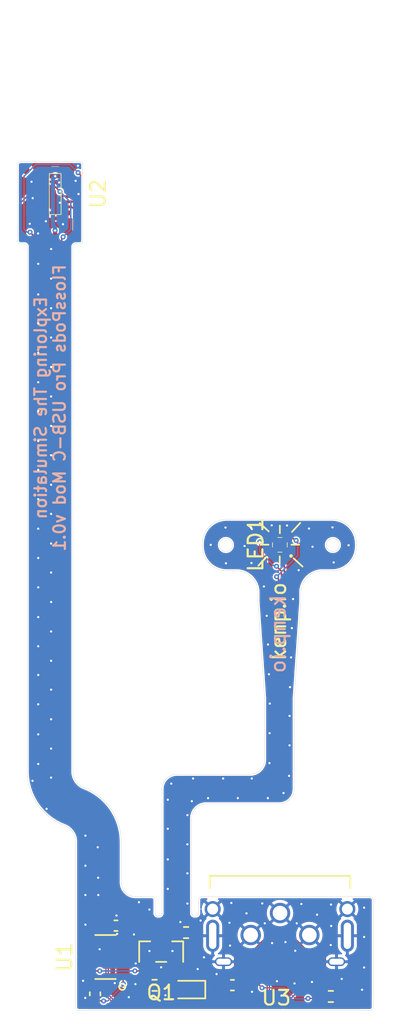
<source format=kicad_pcb>
(kicad_pcb (version 20211014) (generator pcbnew)
  (title_block (comment 4 "AISLER Project ID: NBTEGZDK"))
  (layers (0 "F.Cu" signal) (31 "B.Cu" signal) (34 "B.Paste" user) (35 "F.Paste" user) (36 "B.SilkS" user "B.Silkscreen") (37 "F.SilkS" user "F.Silkscreen") (38 "B.Mask" user) (39 "F.Mask" user) (44 "Edge.Cuts" user))
  (net 0 "")
  (net 1 "GND")
  (net 2 "G")
  (net 3 "B")
  (net 4 "R")
  (net 5 "Net-(U1-Pad4)")
  (net 7 "LED+")
  (net 8 "CC")
  (net 10 "D-")
  (net 11 "D+")
  (net 14 "PMOS_S")
  (net 17 "Net-(Q1-Pad1)")
  (net 18 "Net-(C1-Pad2)")
  (net 19 "Net-(C2-Pad1)")
  (net 20 "/PMOS_D")
  (net 21 "/CC2")
  (footprint "Resistor_SMD:R_0402_1005Metric" (layer "F.Cu") (at 94.43 136.84)
    (fp_text reference "R1" hide)
    (fp_text value "100k" hide)
  )
  (footprint "Fiducial:Fiducial_0.5mm_Mask1mm" (layer "F.Cu") (at 108.72 137.92)
    (fp_text reference "FID1" hide)
    (fp_text value "Fiducial" hide)
  )
  (footprint "Fiducial:Fiducial_0.5mm_Mask1mm" (layer "F.Cu") (at 90.95 131.66)
    (fp_text reference "FID3" hide)
    (fp_text value "Fiducial" hide)
  )
  (footprint "Capacitor_SMD:C_0402_1005Metric" (layer "F.Cu") (at 91.79 132.77 180)
    (fp_text reference "C2" hide)
    (fp_text value "47n" hide)
  )
  (footprint "Capacitor_SMD:C_0402_1005Metric" (layer "F.Cu") (at 99.74 136.83 180)
    (fp_text reference "C3" hide)
    (fp_text value "330n" hide)
  )
  (footprint "Resistor_SMD:R_0402_1005Metric" (layer "F.Cu") (at 96.58 133.24)
    (fp_text reference "R2" hide)
    (fp_text value "120" hide)
  )
  (footprint "flosspods_pro_flex:C9419" (layer "F.Cu") (at 91.08 134.907934 -90)
    (fp_text reference "U1")
    (fp_text value "C9419")
  )
  (footprint "flosspods_pro_flex:flosspods_pro_LightningMainBoard" (layer "F.Cu") (at 87.65 82.86 90)
    (fp_text reference "U2")
    (fp_text value "flosspods_pro_LightningMainBoard")
  )
  (footprint "Resistor_SMD:R_0402_1005Metric" (layer "F.Cu") (at 106.46 137.6 180)
    (fp_text reference "R8" hide)
    (fp_text value "5.1k" hide)
  )
  (footprint "flosspods_pro_flex:DMP2123L-7" (layer "F.Cu") (at 94.88 134.54)
    (fp_text reference "Q1")
    (fp_text value "DMP2123L-7")
  )
  (footprint "Fiducial:Fiducial_0.5mm_Mask1mm" (layer "F.Cu") (at 85.66 81.25)
    (fp_text reference "FID2" hide)
    (fp_text value "Fiducial" hide)
  )
  (footprint "flosspods_pro_flex:LED_LRTB_R48G" (layer "F.Cu") (at 102.98 106.79 -90)
    (fp_text reference "LED1")
    (fp_text value "LED_LRTB_R48G")
  )
  (footprint "Capacitor_SMD:C_0402_1005Metric" (layer "F.Cu") (at 90.37 137.42 -90)
    (fp_text reference "C1" hide)
    (fp_text value "220n" hide)
  )
  (footprint "Diode_SMD:D_SOD-523" (layer "F.Cu") (at 96.74 137.13 180)
    (fp_text reference "D1" hide)
    (fp_text value "D" hide)
  )
  (footprint "flosspods_pro_flex:USBC_GT-USB-7022X" (layer "F.Cu") (at 102.99 135.4085 180)
    (fp_text reference "U3")
    (fp_text value "USBC_GT-USB-7022X")
  )
  (gr_line (start 102.98 105.48) (end 102.98 106) (layer "F.SilkS") (width 0.12))
  (gr_line (start 101.605 105.31) (end 102.215 105.87) (layer "F.SilkS") (width 0.12))
  (gr_line (start 102.07 107.605) (end 101.51 108.215) (layer "F.SilkS") (width 0.12))
  (gr_line (start 104.37 105.295) (end 103.81 105.905) (layer "F.SilkS") (width 0.12))
  (gr_line (start 103.915 107.71) (end 104.525 108.27) (layer "F.SilkS") (width 0.12))
  (gr_line (start 102.97 107.58) (end 102.97 108.1) (layer "F.SilkS") (width 0.12))
  (gr_line (start 101.68 106.78) (end 102.2 106.78) (layer "F.SilkS") (width 0.12))
  (gr_line (start 103.77 106.78) (end 104.29 106.78) (layer "F.SilkS") (width 0.12))
  (gr_line locked (start 101.4975 110.052028) (end 101.4975 110.652028) (layer "Edge.Cuts") (width 0.0254))
  (gr_line locked (start 103.9475 123.45) (end 103.9475 117.252028) (layer "Edge.Cuts") (width 0.0254))
  (gr_line locked (start 89.3225 80.65) (end 85.2725 80.65) (layer "Edge.Cuts") (width 0.0254))
  (gr_arc locked (start 109.3475 138.35) (mid 109.288921 138.491421) (end 109.1475 138.55) (layer "Edge.Cuts") (width 0.0254))
  (gr_arc locked (start 94.2475 130.8) (mid 94.388921 130.858579) (end 94.4475 131) (layer "Edge.Cuts") (width 0.0254))
  (gr_arc locked (start 109.1475 130.8) (mid 109.288921 130.858579) (end 109.3475 131) (layer "Edge.Cuts") (width 0.0254))
  (gr_line locked (start 94.7475 132.12) (end 94.6475 132.12) (layer "Edge.Cuts") (width 0.0254))
  (gr_line locked (start 88.028158 125.829916) (end 88.359891 125.97067) (layer "Edge.Cuts") (width 0.0254))
  (gr_line locked (start 94.9475 123.45) (end 94.9475 131.92) (layer "Edge.Cuts") (width 0.0254))
  (gr_line locked (start 101.4975 110.652028) (end 101.9475 117.252028) (layer "Edge.Cuts") (width 0.0254))
  (gr_arc locked (start 97.4475 131) (mid 97.506079 130.858579) (end 97.6475 130.8) (layer "Edge.Cuts") (width 0.0254))
  (gr_arc locked (start 88.028158 125.829916) (mid 86.366104 124.372333) (end 85.7475 122.25) (layer "Edge.Cuts") (width 0.0254))
  (gr_arc locked (start 89.535109 123.32933) (mid 89.034007 122.889875) (end 88.8475 122.25) (layer "Edge.Cuts") (width 0.0254))
  (gr_arc locked (start 88.8475 86.45) (mid 88.906079 86.308579) (end 89.0475 86.25) (layer "Edge.Cuts") (width 0.0254))
  (gr_arc locked (start 97.4475 131.92) (mid 97.388921 132.061421) (end 97.2475 132.12) (layer "Edge.Cuts") (width 0.0254))
  (gr_line locked (start 89.2475 138.55) (end 109.1475 138.55) (layer "Edge.Cuts") (width 0.0254))
  (gr_arc locked (start 85.5475 86.25) (mid 85.688921 86.308579) (end 85.7475 86.45) (layer "Edge.Cuts") (width 0.0254))
  (gr_arc locked (start 99.9975 108.552028) (mid 101.058161 108.991368) (end 101.4975 110.052028) (layer "Edge.Cuts") (width 0.0254))
  (gr_line locked (start 105.8975 108.552028) (end 106.5475 108.552028) (layer "Edge.Cuts") (width 0.0254))
  (gr_line locked (start 94.4475 131.92) (end 94.4475 131) (layer "Edge.Cuts") (width 0.0254))
  (gr_arc locked (start 97.6975 106.702028) (mid 98.180775 105.535303) (end 99.3475 105.052028) (layer "Edge.Cuts") (width 0.0254))
  (gr_arc locked (start 94.9475 123.45) (mid 95.240393 122.742893) (end 95.9475 122.45) (layer "Edge.Cuts") (width 0.0254))
  (gr_circle locked (center 99.2975 106.802028) (end 99.7475 106.802028) (layer "Edge.Cuts") (width 0.0254) (fill none))
  (gr_arc locked (start 97.1475 132.12) (mid 97.006079 132.061421) (end 96.9475 131.92) (layer "Edge.Cuts") (width 0.0254))
  (gr_arc locked (start 106.5475 105.052028) (mid 107.714227 105.535302) (end 108.1975 106.702028) (layer "Edge.Cuts") (width 0.0254))
  (gr_line locked (start 96.9475 131.92) (end 96.9475 125.45) (layer "Edge.Cuts") (width 0.0254))
  (gr_arc locked (start 94.9475 131.92) (mid 94.888921 132.061421) (end 94.7475 132.12) (layer "Edge.Cuts") (width 0.0254))
  (gr_arc locked (start 89.866842 123.470084) (mid 91.528896 124.927667) (end 92.1475 127.05) (layer "Edge.Cuts") (width 0.0254))
  (gr_line locked (start 103.9475 117.252028) (end 104.3975 110.652028) (layer "Edge.Cuts") (width 0.0254))
  (gr_arc locked (start 89.5225 86.05) (mid 89.463921 86.191421) (end 89.3225 86.25) (layer "Edge.Cuts") (width 0.0254))
  (gr_line locked (start 97.6975 106.702028) (end 97.6975 106.902028) (layer "Edge.Cuts") (width 0.0254))
  (gr_line locked (start 97.2475 132.12) (end 97.1475 132.12) (layer "Edge.Cuts") (width 0.0254))
  (gr_line locked (start 85.2725 86.25) (end 85.5475 86.25) (layer "Edge.Cuts") (width 0.0254))
  (gr_arc locked (start 85.0725 80.85) (mid 85.131079 80.708579) (end 85.2725 80.65) (layer "Edge.Cuts") (width 0.0254))
  (gr_line locked (start 97.4475 131) (end 97.4475 131.92) (layer "Edge.Cuts") (width 0.0254))
  (gr_arc locked (start 101.9475 121.45) (mid 101.654607 122.157107) (end 100.9475 122.45) (layer "Edge.Cuts") (width 0.0254))
  (gr_line locked (start 109.1475 130.8) (end 97.6475 130.8) (layer "Edge.Cuts") (width 0.0254))
  (gr_arc locked (start 89.3225 80.65) (mid 89.463921 80.708579) (end 89.5225 80.85) (layer "Edge.Cuts") (width 0.0254))
  (gr_arc locked (start 108.1975 106.902028) (mid 107.714216 108.068736) (end 106.5475 108.552028) (layer "Edge.Cuts") (width 0.0254))
  (gr_line locked (start 97.9475 124.45) (end 102.9475 124.45) (layer "Edge.Cuts") (width 0.0254))
  (gr_line locked (start 94.2475 130.8) (end 93.1475 130.8) (layer "Edge.Cuts") (width 0.0254))
  (gr_arc locked (start 96.9475 125.45) (mid 97.240393 124.742893) (end 97.9475 124.45) (layer "Edge.Cuts") (width 0.0254))
  (gr_arc locked (start 104.3975 110.052028) (mid 104.83683 108.99135) (end 105.8975 108.552028) (layer "Edge.Cuts") (width 0.0254))
  (gr_line locked (start 92.1475 129.8) (end 92.1475 127.05) (layer "Edge.Cuts") (width 0.0254))
  (gr_arc locked (start 99.3475 108.552028) (mid 98.180774 108.068754) (end 97.6975 106.902028) (layer "Edge.Cuts") (width 0.0254))
  (gr_line locked (start 99.3475 108.552028) (end 99.9975 108.552028) (layer "Edge.Cuts") (width 0.0254))
  (gr_line locked (start 88.8475 122.25) (end 88.8475 86.45) (layer "Edge.Cuts") (width 0.0254))
  (gr_line locked (start 109.3475 138.35) (end 109.3475 131) (layer "Edge.Cuts") (width 0.0254))
  (gr_line locked (start 108.1975 106.902028) (end 108.1975 106.702028) (layer "Edge.Cuts") (width 0.0254))
  (gr_line locked (start 104.3975 110.652028) (end 104.3975 110.052028) (layer "Edge.Cuts") (width 0.0254))
  (gr_line locked (start 85.0725 80.85) (end 85.0725 86.05) (layer "Edge.Cuts") (width 0.0254))
  (gr_arc locked (start 93.1475 130.8) (mid 92.440393 130.507107) (end 92.1475 129.8) (layer "Edge.Cuts") (width 0.0254))
  (gr_line locked (start 89.5225 86.05) (end 89.5225 80.85) (layer "Edge.Cuts") (width 0.0254))
  (gr_line locked (start 89.0475 86.25) (end 89.3225 86.25) (layer "Edge.Cuts") (width 0.0254))
  (gr_line locked (start 85.7475 86.45) (end 85.7475 122.25) (layer "Edge.Cuts") (width 0.0254))
  (gr_line locked (start 89.866842 123.470084) (end 89.535109 123.32933) (layer "Edge.Cuts") (width 0.0254))
  (gr_arc locked (start 94.6475 132.12) (mid 94.506079 132.061421) (end 94.4475 131.92) (layer "Edge.Cuts") (width 0.0254))
  (gr_circle locked (center 106.5975 106.802028) (end 107.0475 106.802028) (layer "Edge.Cuts") (width 0.0254) (fill none))
  (gr_line locked (start 100.9475 122.45) (end 95.9475 122.45) (layer "Edge.Cuts") (width 0.0254))
  (gr_line locked (start 106.5475 105.052028) (end 99.3475 105.052028) (layer "Edge.Cuts") (width 0.0254))
  (gr_arc locked (start 85.2725 86.25) (mid 85.131079 86.191421) (end 85.0725 86.05) (layer "Edge.Cuts") (width 0.0254))
  (gr_arc locked (start 89.2475 138.55) (mid 89.106079 138.491421) (end 89.0475 138.35) (layer "Edge.Cuts") (width 0.0254))
  (gr_line locked (start 89.0475 127.05) (end 89.0475 138.35) (layer "Edge.Cuts") (width 0.0254))
  (gr_arc locked (start 88.359891 125.97067) (mid 88.860993 126.410125) (end 89.0475 127.05) (layer "Edge.Cuts") (width 0.0254))
  (gr_line locked (start 101.9475 117.252028) (end 101.9475 121.45) (layer "Edge.Cuts") (width 0.0254))
  (gr_arc locked (start 103.9475 123.45) (mid 103.654607 124.157107) (end 102.9475 124.45) (layer "Edge.Cuts") (width 0.0254))
  (gr_text "kenp.io" (at 102.86 112.87 90) (layer "B.SilkS") (effects (font (size 1 1)) (justify mirror)))
  (gr_text "Exploring The Simulation\nFlossPods Pro USB-C Mod v0.1" (at 87.3 97.45 90) (layer "B.SilkS") (effects (font (size 0.8 0.8)) (justify mirror)))
  (gr_text "kenp.io" (at 102.89 112.02 90) (layer "F.SilkS") (effects (font (size 1 1))))
  (segment (start 96.04 137.13) (end 96.04 137.08) (width 0.3) (layer "F.Cu") (net 1))
  (via (at 89.71 132.7) (size 0.35) (drill 0.15) (layers "F.Cu" "B.Cu") (net 1))
  (via (at 89.24 82.86) (size 0.35) (drill 0.15) (layers "F.Cu" "B.Cu") (net 1))
  (via (at 95.33 126.16) (size 0.35) (drill 0.15) (layers "F.Cu" "B.Cu") (net 1))
  (via (at 103.64 120.47) (size 0.35) (drill 0.15) (layers "F.Cu" "B.Cu") (net 1))
  (via (at 96.97 124.28) (size 0.35) (drill 0.15) (layers "F.Cu" "B.Cu") (net 1))
  (via (at 87.37 114.7) (size 0.35) (drill 0.15) (layers "F.Cu" "B.Cu") (net 1))
  (via (at 93.36 131.17) (size 0.35) (drill 0.15) (layers "F.Cu" "B.Cu") (net 1))
  (via (at 86.49 109.69) (size 0.35) (drill 0.15) (layers "F.Cu" "B.Cu") (net 1))
  (via (at 87.37 112.7) (size 0.35) (drill 0.15) (layers "F.Cu" "B.Cu") (net 1))
  (via (at 101.78 131.25) (size 0.35) (drill 0.15) (layers "F.Cu" "B.Cu") (net 1))
  (via (at 102.29 117.62) (size 0.35) (drill 0.15) (layers "F.Cu" "B.Cu") (net 1))
  (via (at 95.33 128.25) (size 0.35) (drill 0.15) (layers "F.Cu" "B.Cu") (net 1))
  (via (at 104.26 108.52) (size 0.35) (drill 0.15) (layers "F.Cu" "B.Cu") (net 1))
  (via (at 97.57 132.42) (size 0.35) (drill 0.15) (layers "F.Cu" "B.Cu") (net 1))
  (via (at 95.17 137.52) (size 0.35) (drill 0.15) (layers "F.Cu" "B.Cu") (net 1))
  (via (at 96.67 125.23) (size 0.35) (drill 0.15) (layers "F.Cu" "B.Cu") (net 1))
  (via (at 87.37 108.68) (size 0.35) (drill 0.15) (layers "F.Cu" "B.Cu") (net 1))
  (via (at 91.71 136.69) (size 0.35) (drill 0.15) (layers "F.Cu" "B.Cu") (net 1))
  (via (at 90.58 129.5) (size 0.35) (drill 0.15) (layers "F.Cu" "B.Cu") (net 1))
  (via (at 96.67 127.22) (size 0.35) (drill 0.15) (layers "F.Cu" "B.Cu") (net 1))
  (via (at 86.49 117.67) (size 0.35) (drill 0.15) (layers "F.Cu" "B.Cu") (net 1))
  (via (at 93.12 136.76) (size 0.35) (drill 0.15) (layers "F.Cu" "B.Cu") (net 1))
  (via (at 94.24 137.61) (size 0.35) (drill 0.15) (layers "F.Cu" "B.Cu") (net 1))
  (via (at 101.89 109.63) (size 0.35) (drill 0.15) (layers "F.Cu" "B.Cu") (net 1))
  (via (at 89.04 81.96) (size 0.35) (drill 0.15) (layers "F.Cu" "B.Cu") (net 1))
  (via (at 86.49 121.74) (size 0.35) (drill 0.15) (layers "F.Cu" "B.Cu") (net 1))
  (via (at 102.08 111.63) (size 0.35) (drill 0.15) (layers "F.Cu" "B.Cu") (net 1))
  (via (at 85.91 84.89) (size 0.35) (drill 0.15) (layers "F.Cu" "B.Cu") (net 1))
  (via (at 87.37 96.67) (size 0.35) (drill 0.15) (layers "F.Cu" "B.Cu") (net 1))
  (via (at 87.37 122.67) (size 0.35) (drill 0.15) (layers "F.Cu" "B.Cu") (net 1))
  (via (at 87.37 94.66) (size 0.35) (drill 0.15) (layers "F.Cu" "B.Cu") (net 1))
  (via (at 101.08 137.28) (size 0.35) (drill 0.15) (layers "F.Cu" "B.Cu") (net 1))
  (via (at 104.03 134.48) (size 0.35) (drill 0.15) (layers "F.Cu" "B.Cu") (net 1))
  (via (at 106.48 132.79) (size 0.35) (drill 0.15) (layers "F.Cu" "B.Cu") (net 1))
  (via (at 101.01 105.62) (size 0.35) (drill 0.15) (layers "F.Cu" "B.Cu") (net 1))
  (via (at 100.57 106.87) (size 0.35) (drill 0.15) (layers "F.Cu" "B.Cu") (net 1))
  (via (at 94.88 135.61) (size 0.35) (drill 0.15) (layers "F.Cu" "B.Cu") (net 1))
  (via (at 99.67 131.22) (size 0.35) (drill 0.15) (layers "F.Cu" "B.Cu") (net 1))
  (via (at 87.37 98.68) (size 0.35) (drill 0.15) (layers "F.Cu" "B.Cu") (net 1))
  (via (at 102.42 105.46) (size 0.35) (drill 0.15) (layers "F.Cu" "B.Cu") (net 1))
  (via (at 86.03 82.02) (size 0.35) (drill 0.15) (layers "F.Cu" "B.Cu") (net 1))
  (via (at 87.01 84.72) (size 0.35) (drill 0.15) (layers "F.Cu" "B.Cu") (net 1))
  (via (at 86.49 103.68) (size 0.35) (drill 0.15) (layers "F.Cu" "B.Cu") (net 1))
  (via (at 91.83 132.08) (size 0.35) (drill 0.15) (layers "F.Cu" "B.Cu") (net 1))
  (via (at 86.49 107.69) (size 0.35) (drill 0.15) (layers "F.Cu" "B.Cu") (net 1))
  (via (at 86.49 93.69) (size 0.35) (drill 0.15) (layers "F.Cu" "B.Cu") (net 1))
  (via (at 93.14 135.35) (size 0.35) (drill 0.15) (layers "F.Cu" "B.Cu") (net 1))
  (via (at 95.57 123.08) (size 0.35) (drill 0.15) (layers "F.Cu" "B.Cu") (net 1))
  (via (at 107.2 136.4) (size 0.35) (drill 0.15) (layers "F.Cu" "B.Cu") (net 1))
  (via (at 101.95 132.61) (size 0.35) (drill 0.15) (layers "F.Cu" "B.Cu") (net 1))
  (via (at 102.23 115.62) (size 0.35) (drill 0.15) (layers "F.Cu" "B.Cu") (net 1))
  (via (at 86.49 89.71) (size 0.35) (drill 0.15) (layers "F.Cu" "B.Cu") (net 1))
  (via (at 103.98 136.71) (size 0.35) (drill 0.15) (layers "F.Cu" "B.Cu") (net 1))
  (via (at 96.19 132.52) (size 0.35) (drill 0.15) (layers "F.Cu" "B.Cu") (net 1))
  (via (at 87.97 83.45) (size 0.35) (drill 0.15) (layers "F.Cu" "B.Cu") (net 1))
  (via (at 108.73 135.62) (size 0.35) (drill 0.15) (layers "F.Cu" "B.Cu") (net 1))
  (via (at 106.45 134.09) (size 0.35) (drill 0.15) (layers "F.Cu" "B.Cu") (net 1))
  (via (at 102.16 124.07) (size 0.35) (drill 0.15) (layers "F.Cu" "B.Cu") (net 1))
  (via (at 87.37 92.65) (size 0.35) (drill 0.15) (layers "F.Cu" "B.Cu") (net 1))
  (via (at 108.73 133.54) (size 0.35) (drill 0.15) (layers "F.Cu" "B.Cu") (net 1))
  (via (at 99.58 134.13) (size 0.35) (drill 0.15) (layers "F.Cu" "B.Cu") (net 1))
  (via (at 87.37 90.65) (size 0.35) (drill 0.15) (layers "F.Cu" "B.Cu") (net 1))
  (via (at 86.11 83.14) (size 0.35) (drill 0.15) (layers "F.Cu" "B.Cu") (net 1))
  (via (at 103.61 122.55) (size 0.35) (drill 0.15) (layers "F.Cu" "B.Cu") (net 1))
  (via (at 97.8 134.93) (size 0.35) (drill 0.15) (layers "F.Cu" "B.Cu") (net 1))
  (via (at 86.49 97.67) (size 0.35) (drill 0.15) (layers "F.Cu" "B.Cu") (net 1))
  (via (at 86.48 85.55) (size 0.35) (drill 0.15) (layers "F.Cu" "B.Cu") (net 1))
  (via (at 108.59 137.14) (size 0.35) (drill 0.15) (layers "F.Cu" "B.Cu") (net 1))
  (via (at 87.37 110.69) (size 0.35) (drill 0.15) (layers "F.Cu" "B.Cu") (net 1))
  (via (at 99.54 132.57) (size 0.35) (drill 0.15) (layers "F.Cu" "B.Cu") (net 1))
  (via (at 86.49 119.72) (size 0.35) (drill 0.15) (layers "F.Cu" "B.Cu") (net 1))
  (via (at 102.17 113.59) (size 0.35) (drill 0.15) (layers "F.Cu" "B.Cu") (net 1))
  (via (at 86.49 95.7) (size 0.35) (drill 0.15) (layers "F.Cu" "B.Cu") (net 1))
  (via (at 99.11 122.73) (size 0.35) (drill 0.15) (layers "F.Cu" "B.Cu") (net 1))
  (via (at 103.88 110.49) (size 0.35) (drill 0.15) (layers "F.Cu" "B.Cu") (net 1))
  (via (at 87.92 82.07) (size 0.35) (drill 0.15) (layers "F.Cu" "B.Cu") (net 1))
  (via (at 103.47 105.47) (size 0.35) (drill 0.15) (layers "F.Cu" "B.Cu") (net 1))
  (via (at 89.7 137.7) (size 0.35) (drill 0.15) (layers "F.Cu" "B.Cu") (net 1))
  (via (at 103.23 123.72) (size 0.35) (drill 0.15) (layers "F.Cu" "B.Cu") (net 1))
  (via (at 102.45 133.96) (size 0.35) (drill 0.15) (layers "F.Cu" "B.Cu") (net 1))
  (via (at 94.08 134.5) (size 0.35) (drill 0.15) (layers "F.Cu" "B.Cu") (net 1))
  (via (at 100.7 131.93) (size 0.35) (drill 0.15) (layers "F.Cu" "B.Cu") (net 1))
  (via (at 104.13 132.61) (size 0.35) (drill 0.15) (layers "F.Cu" "B.Cu") (net 1))
  (via (at 86.49 113.71) (size 0.35) (drill 0.15) (layers "F.Cu" "B.Cu") (net 1))
  (via (at 86.49 111.72) (size 0.35) (drill 0.15) (layers "F.Cu" "B.Cu") (net 1))
  (via (at 86.1 122.89) (size 0.35) (drill 0.15) (layers "F.Cu" "B.Cu") (net 1))
  (via (at 90.55 127.42) (size 0.35) (drill 0.15) (layers "F.Cu" "B.Cu") (net 1))
  (via (at 98.26 106.79) (size 0.35) (drill 0.15) (layers "F.Cu" "B.Cu") (net 1))
  (via (at 87.37 88.63) (size 0.35) (drill 0.15) (layers "F.Cu" "B.Cu") (net 1))
  (via (at 87.37 106.7) (size 0.35) (drill 0.15) (layers "F.Cu" "B.Cu") (net 1))
  (via (at 86.49 99.71) (size 0.35) (drill 0.15) (layers "F.Cu" "B.Cu") (net 1))
  (via (at 106.47 131.33) (size 0.35) (drill 0.15) (layers "F.Cu" "B.Cu") (net 1))
  (via (at 104.97 105.68) (size 0.35) (drill 0.15) (layers "F.Cu" "B.Cu") (net 1))
  (via (at 103.67 116.5) (size 0.35) (drill 0.15) (layers "F.Cu" "B.Cu") (net 1))
  (via (at 95.33 130.26) (size 0.35) (drill 0.15) (layers "F.Cu" "B.Cu") (net 1))
  (via (at 106.65 107.99) (size 0.35) (drill 0.15) (layers "F.Cu" "B.Cu") (net 1))
  (via (at 88.18 84.92) (size 0.35) (drill 0.15) (layers "F.Cu" "B.Cu") (net 1))
  (via (at 107.67 106.82) (size 0.35) (drill 0.15) (layers "F.Cu" "B.Cu") (net 1))
  (via (at 103.8 112.47) (size 0.35) (drill 0.15) (layers "F.Cu" "B.Cu") (net 1))
  (via (at 101.04 108.03) (size 0.35) (drill 0.15) (layers "F.Cu" "B.Cu") (net 1))
  (via (at 97.37 135.73) (size 0.35) (drill 0.15) (layers "F.Cu" "B.Cu") (net 1))
  (via (at 102.28 119.64) (size 0.35) (drill 0.15) (layers "F.Cu" "B.Cu") (net 1))
  (via (at 87.37 86.61) (size 0.35) (drill 0.15) (layers "F.Cu" "B.Cu") (net 1))
  (via (at 87.37 118.69) (size 0.35) (drill 0.15) (layers "F.Cu" "B.Cu") (net 1))
  (via (at 96.67 129.2) (size 0.35) (drill 0.15) (layers "F.Cu" "B.Cu") (net 1))
  (via (at 87.37 116.67) (size 0.35) (drill 0.15) (layers "F.Cu" "B.Cu") (net 1))
  (via (at 95.33 124.18) (size 0.35) (drill 0.15) (layers "F.Cu" "B.Cu") (net 1))
  (via (at 89.2 80.93) (size 0.35) (drill 0.15) (layers "F.Cu" "B.Cu") (net 1))
  (via (at 86.49 87.62) (size 0.35) (drill 0.15) (layers "F.Cu" "B.Cu") (net 1))
  (via (at 103.36 133.89) (size 0.35) (drill 0.15) (layers "F.Cu" "B.Cu") (net 1))
  (via (at 89.71 128.68) (size 0.35) (drill 0.15) (layers "F.Cu" "B.Cu") (net 1))
  (via (at 87.37 120.69) (size 0.35) (drill 0.15) (layers "F.Cu" "B.Cu") (net 1))
  (via (at 86.49 91.69) (size 0.35) (drill 0.15) (layers "F.Cu" "B.Cu") (net 1))
  (via (at 105.21 106.92) (size 0.35) (drill 0.15) (layers "F.Cu" "B.Cu") (net 1))
  (via (at 89.71 126.63) (size 0.35) (drill 0.15) (layers "F.Cu" "B.Cu") (net 1))
  (via (at 92.67 137.65) (size 0.35) (drill 0.15) (layers "F.Cu" "B.Cu") (net 1))
  (via (at 86.49 101.68) (size 0.35) (drill 0.15) (layers "F.Cu" "B.Cu") (net 1))
  (via (at 90.59 130.68) (size 0.35) (drill 0.15) (layers "F.Cu" "B.Cu") (net 1))
  (via (at 89.55 136.53) (size 0.35) (drill 0.15) (layers "F.Cu" "B.Cu") (net 1))
  (via (at 105.17 136.61) (size 0.35) (drill 0.15) (layers "F.Cu" "B.Cu") (net 1))
  (via (at 108.73 131.54) (size 0.35) (drill 0.15) (layers "F.Cu" "B.Cu") (net 1))
  (via (at 90.68 134.38) (size 0.35) (drill 0.15) (layers "F.Cu" "B.Cu") (net 1))
  (via (at 86.49 115.67) (size 0.35) (drill 0.15) (layers "F.Cu" "B.Cu") (net 1))
  (via (at 93.02 133.37) (size 0.35) (drill 0.15) (layers "F.Cu" "B.Cu") (net 1))
  (via (at 100.11 124.07) (size 0.35) (drill 0.15) (layers "F.Cu" "B.Cu") (net 1))
  (via (at 104.45 131.29) (size 0.35) (drill 0.15) (layers "F.Cu" "B.Cu") (net 1))
  (via (at 105.52 132.02) (size 0.35) (drill 0.15) (layers "F.Cu" "B.Cu") (net 1))
  (via (at 99.3 108.05) (size 0.35) (drill 0.15) (layers "F.Cu" "B.Cu") (net 1))
  (via (at 89.71 130.68) (size 0.35) (drill 0.15) (layers "F.Cu" "B.Cu") (net 1))
  (via (at 102.27 121.68) (size 0.35) (drill 0.15) (layers "F.Cu" "B.Cu") (net 1))
  (via (at 91.88 133.33) (size 0.35) (drill 0.15) (layers "F.Cu" "B.Cu") (net 1))
  (via (at 94.08 131.67) (size 0.35) (drill 0.15) (layers "F.Cu" "B.Cu") (net 1))
  (via (at 99.27 105.61) (size 0.35) (drill 0.15) (layers "F.Cu" "B.Cu") (net 1))
  (via (at 102.78 136.56) (size 0.35) (drill 0.15) (layers "F.Cu" "B.Cu") (net 1))
  (via (at 101.06 122.73) (size 0.35) (drill 0.15) (layers "F.Cu" "B.Cu") (net 1))
  (via (at 106.57 105.6) (size 0.35) (drill 0.15) (layers "F.Cu" "B.Cu") (net 1))
  (via (at 98.66 136.07) (size 0.35) (drill 0.15) (layers "F.Cu" "B.Cu") (net 1))
  (via (at 87.37 102.69) (size 0.35) (drill 0.15) (layers "F.Cu" "B.Cu") (net 1))
  (via (at 103.75 114.47) (size 0.35) (drill 0.15) (layers "F.Cu" "B.Cu") (net 1))
  (via (at 86.49 105.69) (size 0.35) (drill 0.15) (layers "F.Cu" "B.Cu") (net 1))
  (via (at 98.08 124.07) (size 0.35) (drill 0.15) (layers "F.Cu" "B.Cu") (net 1))
  (via (at 87.06 124.8) (size 0.35) (drill 0.15) (layers "F.Cu" "B.Cu") (net 1))
  (via (at 97.06 122.73) (size 0.35) (drill 0.15) (layers "F.Cu" "B.Cu") (net 1))
  (via (at 87.37 104.68) (size 0.35) (drill 0.15) (layers "F.Cu" "B.Cu") (net 1))
  (via (at 103.09 137.54) (size 0.35) (drill 0.15) (layers "F.Cu" "B.Cu") (net 1))
  (via (at 87.37 100.68) (size 0.35) (drill 0.15) (layers "F.Cu" "B.Cu") (net 1))
  (via (at 95.65 134.5) (size 0.35) (drill 0.15) (layers "F.Cu" "B.Cu") (net 1))
  (via (at 96.67 131.26) (size 0.35) (drill 0.15) (layers "F.Cu" "B.Cu") (net 1))
  (via (at 103.64 118.46) (size 0.35) (drill 0.15) (layers "F.Cu" "B.Cu") (net 1))
  (segment (start 96.14 124.087157) (end 96.14 131.625684) (width 0.1) (layer "F.Cu") (net 2))
  (segment (start 96.757158 123.47) (end 101.655684 123.47) (width 0.1) (layer "F.Cu") (net 2))
  (segment (start 101.61 106.59) (end 101.835 106.365) (width 0.1) (layer "F.Cu") (net 2))
  (segment (start 88.7675 83.735) (end 88.9725 83.94) (width 0.1) (layer "F.Cu") (net 2))
  (segment (start 103.085 108.585) (end 103.085 122.040684) (width 0.1) (layer "F.Cu") (net 2))
  (segment (start 88.9725 83.94) (end 88.9725 85.459987) (width 0.1) (layer "F.Cu") (net 2))
  (segment (start 88.295458 122.971143) (end 91.43 126.105684) (width 0.1) (layer "F.Cu") (net 2))
  (segment (start 101.835 106.365) (end 102.555 106.365) (width 0.1) (layer "F.Cu") (net 2))
  (segment (start 91.43 126.875685) (end 91.59 127.035686) (width 0.1) (layer "F.Cu") (net 2))
  (segment (start 103.085 122.040684) (end 101.697842 123.427842) (width 0.1) (layer "F.Cu") (net 2))
  (segment (start 101.655684 123.47) (end 101.697842 123.427842) (width 0.1) (layer "F.Cu") (net 2))
  (segment (start 91.43 126.105684) (end 91.43 126.875685) (width 0.1) (layer "F.Cu") (net 2))
  (segment (start 96.757158 123.47) (end 96.14 124.087157) (width 0.1) (layer "F.Cu") (net 2))
  (segment (start 91.59 127.035686) (end 91.59 130.475684) (width 0.1) (layer "F.Cu") (net 2))
  (segment (start 91.59 130.475684) (end 93.804316 132.69) (width 0.1) (layer "F.Cu") (net 2))
  (segment (start 88.295458 86.137029) (end 88.295458 122.971143) (width 0.1) (layer "F.Cu") (net 2))
  (segment (start 95.075685 132.69) (end 96.14 131.625684) (width 0.1) (layer "F.Cu") (net 2))
  (segment (start 101.697842 123.427842) (end 101.675685 123.45) (width 0.1) (layer "F.Cu") (net 2))
  (segment (start 102.75 108.25) (end 103.085 108.585) (width 0.1) (layer "F.Cu") (net 2))
  (segment (start 88.5575 83.735) (end 88.7675 83.735) (width 0.1) (layer "F.Cu") (net 2))
  (segment (start 93.804316 132.69) (end 95.075685 132.69) (width 0.1) (layer "F.Cu") (net 2))
  (segment (start 88.9725 85.459987) (end 88.295458 86.137029) (width 0.1) (layer "F.Cu") (net 2))
  (via (at 101.61 106.59) (size 0.35) (drill 0.15) (layers "F.Cu" "B.Cu") (net 2))
  (via (at 102.75 108.25) (size 0.35) (drill 0.15) (layers "F.Cu" "B.Cu") (net 2))
  (segment (start 102.75 108.25) (end 102.6 108.25) (width 0.1) (layer "B.Cu") (net 2))
  (segment (start 102.6 108.25) (end 101.61 107.26) (width 0.1) (layer "B.Cu") (net 2))
  (segment (start 101.61 107.26) (end 101.61 106.59) (width 0.1) (layer "B.Cu") (net 2))
  (segment (start 103.905 106.365) (end 103.405 106.365) (width 0.1) (layer "F.Cu") (net 3))
  (segment (start 89.1725 83.6575) (end 89.1725 85.542829) (width 0.1) (layer "F.Cu") (net 3))
  (segment (start 88.9 83.385) (end 89.1725 83.6575) (width 0.1) (layer "F.Cu") (net 3))
  (segment (start 89.1725 85.542829) (end 88.495458 86.219871) (width 0.1) (layer "F.Cu") (net 3))
  (segment (start 96.674316 123.27) (end 101.572842 123.27) (width 0.1) (layer "F.Cu") (net 3))
  (segment (start 101.572842 123.27) (end 102.885 121.957842) (width 0.1) (layer "F.Cu") (net 3))
  (segment (start 102.885 109.095) (end 102.76 108.97) (width 0.1) (layer "F.Cu") (net 3))
  (segment (start 91.790056 130.392898) (end 93.887158 132.49) (width 0.1) (layer "F.Cu") (net 3))
  (segment (start 91.790056 126.952899) (end 91.790056 130.392898) (width 0.1) (layer "F.Cu") (net 3))
  (segment (start 95.94 124.004316) (end 96.674316 123.27) (width 0.1) (layer "F.Cu") (net 3))
  (segment (start 94.992842 132.49) (end 95.94 131.542842) (width 0.1) (layer "F.Cu") (net 3))
  (segment (start 91.63 126.022842) (end 91.63 126.792842) (width 0.1) (layer "F.Cu") (net 3))
  (segment (start 93.887158 132.49) (end 94.992842 132.49) (width 0.1) (layer "F.Cu") (net 3))
  (segment (start 104.09 106.49) (end 104.03 106.49) (width 0.1) (layer "F.Cu") (net 3))
  (segment (start 88.495458 86.219871) (end 88.495458 122.8883) (width 0.1) (layer "F.Cu") (net 3))
  (segment (start 88.495458 122.8883) (end 91.63 126.022842) (width 0.1) (layer "F.Cu") (net 3))
  (segment (start 102.885 121.957842) (end 102.885 109.095) (width 0.1) (layer "F.Cu") (net 3))
  (segment (start 104.03 106.49) (end 103.905 106.365) (width 0.1) (layer "F.Cu") (net 3))
  (segment (start 91.63 126.792842) (end 91.790056 126.952899) (width 0.1) (layer "F.Cu") (net 3))
  (segment (start 95.94 131.542842) (end 95.94 124.004316) (width 0.1) (layer "F.Cu") (net 3))
  (segment (start 88.5575 83.385) (end 88.9 83.385) (width 0.1) (layer "F.Cu") (net 3))
  (via (at 102.76 108.97) (size 0.35) (drill 0.15) (layers "F.Cu" "B.Cu") (net 3))
  (via (at 104.09 106.49) (size 0.35) (drill 0.15) (layers "F.Cu" "B.Cu") (net 3))
  (segment (start 104.2 106.6) (end 104.09 106.49) (width 0.1) (layer "B.Cu") (net 3))
  (segment (start 104.2 107.53) (end 104.2 106.6) (width 0.1) (layer "B.Cu") (net 3))
  (segment (start 102.76 108.97) (end 104.2 107.53) (width 0.1) (layer "B.Cu") (net 3))
  (segment (start 93.97 132.29) (end 94.91 132.29) (width 0.1) (layer "F.Cu") (net 4))
  (segment (start 91.83 125.94) (end 91.83 126.71) (width 0.1) (layer "F.Cu") (net 4))
  (segment (start 102.235 107.215) (end 102.555 107.215) (width 0.1) (layer "F.Cu") (net 4))
  (segment (start 91.991265 126.871265) (end 91.991265 130.308847) (width 0.1) (layer "F.Cu") (net 4))
  (segment (start 102.685 109.705) (end 102.04 109.06) (width 0.1) (layer "F.Cu") (net 4))
  (segment (start 95.74 123.921473) (end 96.591473 123.07) (width 0.1) (layer "F.Cu") (net 4))
  (segment (start 89.3725 85.625671) (end 88.695458 86.302713) (width 0.1) (layer "F.Cu") (net 4))
  (segment (start 91.991265 130.308847) (end 91.990056 130.310056) (width 0.1) (layer "F.Cu") (net 4))
  (segment (start 95.74 131.46) (end 95.74 123.921473) (width 0.1) (layer "F.Cu") (net 4))
  (segment (start 91.83 126.71) (end 91.991265 126.871265) (width 0.1) (layer "F.Cu") (net 4))
  (segment (start 94.91 132.29) (end 95.74 131.46) (width 0.1) (layer "F.Cu") (net 4))
  (segment (start 96.591473 123.07) (end 101.49 123.07) (width 0.1) (layer "F.Cu") (net 4))
  (segment (start 101.49 123.07) (end 102.685 121.875) (width 0.1) (layer "F.Cu") (net 4))
  (segment (start 89.3725 83.4625) (end 89.3725 85.625671) (width 0.1) (layer "F.Cu") (net 4))
  (segment (start 102.04 107.41) (end 102.235 107.215) (width 0.1) (layer "F.Cu") (net 4))
  (segment (start 102.685 121.875) (end 102.685 109.705) (width 0.1) (layer "F.Cu") (net 4))
  (segment (start 102.04 109.06) (end 102.04 107.41) (width 0.1) (layer "F.Cu") (net 4))
  (segment (start 88.695458 122.805458) (end 91.83 125.94) (width 0.1) (layer "F.Cu") (net 4))
  (segment (start 91.990056 130.310056) (end 93.97 132.29) (width 0.1) (layer "F.Cu") (net 4))
  (segment (start 88.945 83.035) (end 89.3725 83.4625) (width 0.1) (layer "F.Cu") (net 4))
  (segment (start 88.695458 86.302713) (end 88.695458 122.805458) (width 0.1) (layer "F.Cu") (net 4))
  (segment (start 88.5575 83.035) (end 88.945 83.035) (width 0.1) (layer "F.Cu") (net 4))
  (segment (start 89.3825 126.400264) (end 86.6625 123.680264) (width 0.1) (layer "F.Cu") (net 5))
  (segment (start 86.0925 122.050264) (end 86.0925 85.6225) (width 0.1) (layer "F.Cu") (net 5))
  (segment (start 86.6625 122.620264) (end 86.0925 122.050264) (width 0.1) (layer "F.Cu") (net 5))
  (segment (start 89.88 133.957934) (end 89.88 133.7575) (width 0.1) (layer "F.Cu") (net 5))
  (segment (start 89.88 133.7575) (end 89.3825 133.26) (width 0.1) (layer "F.Cu") (net 5))
  (segment (start 89.3825 133.26) (end 89.3825 126.400264) (width 0.1) (layer "F.Cu") (net 5))
  (segment (start 86.6625 123.680264) (end 86.6625 122.620264) (width 0.1) (layer "F.Cu") (net 5))
  (segment (start 86.0925 85.6225) (end 85.93 85.46) (width 0.1) (layer "F.Cu") (net 5))
  (segment (start 88.5575 82.685) (end 88.955 82.685) (width 0.1) (layer "F.Cu") (net 5))
  (segment (start 89.3725 82.2675) (end 89.3725 81.5625) (width 0.1) (layer "F.Cu") (net 5))
  (segment (start 88.955 82.685) (end 89.3725 82.2675) (width 0.1) (layer "F.Cu") (net 5))
  (segment (start 89.3725 81.5625) (end 89.21 81.4) (width 0.1) (layer "F.Cu") (net 5))
  (via (at 89.21 81.4) (size 0.35) (drill 0.15) (layers "F.Cu" "B.Cu") (net 5))
  (via (at 85.93 85.46) (size 0.35) (drill 0.15) (layers "F.Cu" "B.Cu") (net 5))
  (segment (start 85.72 85.46) (end 85.57 85.31) (width 0.1) (layer "B.Cu") (net 5))
  (segment (start 85.52 81.65) (end 86.33 80.84) (width 0.1) (layer "B.Cu") (net 5))
  (segment (start 86.33 80.84) (end 88.65 80.84) (width 0.1) (layer "B.Cu") (net 5))
  (segment (start 88.65 80.84) (end 89.21 81.4) (width 0.1) (layer "B.Cu") (net 5))
  (segment (start 85.93 85.46) (end 85.72 85.46) (width 0.1) (layer "B.Cu") (net 5))
  (segment (start 85.57 85.31) (end 85.52 85.26) (width 0.1) (layer "B.Cu") (net 5))
  (segment (start 85.52 85.26) (end 85.52 81.65) (width 0.1) (layer "B.Cu") (net 5))
  (segment (start 95.19 132.89) (end 96.34 131.74) (width 0.1) (layer "F.Cu") (net 7))
  (segment (start 103.285 122.123526) (end 101.738526 123.67) (width 0.1) (layer "F.Cu") (net 7))
  (segment (start 101.738526 123.67) (end 101.65 123.67) (width 0.1) (layer "F.Cu") (net 7))
  (segment (start 96.34 131.74) (end 96.34 124.17) (width 0.1) (layer "F.Cu") (net 7))
  (segment (start 91.23 126.958528) (end 91.39 127.118529) (width 0.1) (layer "F.Cu") (net 7))
  (segment (start 93.721474 132.89) (end 95.19 132.89) (width 0.1) (layer "F.Cu") (net 7))
  (segment (start 91.39 130.558526) (end 93.721474 132.89) (width 0.1) (layer "F.Cu") (net 7))
  (segment (start 87.265 81.985) (end 87.97 82.69) (width 0.1) (layer "F.Cu") (net 7))
  (segment (start 88.095458 85.878116) (end 88.095458 123.065458) (width 0.1) (layer "F.Cu") (net 7))
  (segment (start 88.186787 85.786787) (end 88.095458 85.878116) (width 0.1) (layer "F.Cu") (net 7))
  (segment (start 91.39 127.118529) (end 91.39 130.558526) (width 0.1) (layer "F.Cu") (net 7))
  (segment (start 103.285 122.123526) (end 103.285 107.925) (width 0.1) (layer "F.Cu") (net 7))
  (segment (start 96.34 124.17) (end 96.84 123.67) (width 0.1) (layer "F.Cu") (net 7))
  (segment (start 103.41 107.8) (end 103.405 107.795) (width 0.1) (layer "F.Cu") (net 7))
  (segment (start 103.285 107.925) (end 103.41 107.8) (width 0.1) (layer "F.Cu") (net 7))
  (segment (start 96.84 123.67) (end 101.65 123.67) (width 0.1) (layer "F.Cu") (net 7))
  (segment (start 103.405 107.795) (end 103.405 107.215) (width 0.1) (layer "F.Cu") (net 7))
  (segment (start 86.7425 81.985) (end 87.265 81.985) (width 0.1) (layer "F.Cu") (net 7))
  (segment (start 91.23 126.2) (end 91.23 126.958528) (width 0.1) (layer "F.Cu") (net 7))
  (segment (start 88.095458 123.065458) (end 91.23 126.2) (width 0.1) (layer "F.Cu") (net 7))
  (via (at 87.97 82.69) (size 0.35) (drill 0.15) (layers "F.Cu" "B.Cu") (net 7))
  (via (at 88.186787 85.786787) (size 0.35) (drill 0.15) (layers "F.Cu" "B.Cu") (net 7))
  (segment (start 88.71 83.4) (end 88.71 85.263574) (width 0.1) (layer "B.Cu") (net 7))
  (segment (start 88.71 85.263574) (end 88.186787 85.786787) (width 0.1) (layer "B.Cu") (net 7))
  (segment (start 88.68 83.4) (end 88.71 83.4) (width 0.1) (layer "B.Cu") (net 7))
  (segment (start 87.97 82.69) (end 88.68 83.4) (width 0.1) (layer "B.Cu") (net 7))
  (segment (start 86.47 123.76) (end 86.47 122.7) (width 0.085) (layer "F.Cu") (net 8))
  (segment (start 86.415 82.335) (end 86.7425 82.335) (width 0.085) (layer "F.Cu") (net 8))
  (segment (start 103.0625 138.4075) (end 89.8975 138.4075) (width 0.085) (layer "F.Cu") (net 8))
  (segment (start 89.312066 134.907934) (end 89.19 134.785868) (width 0.085) (layer "F.Cu") (net 8))
  (segment (start 89.19 134.785868) (end 89.19 126.48) (width 0.085) (layer "F.Cu") (net 8))
  (segment (start 89.312066 134.907934) (end 89.88 134.907934) (width 0.085) (layer "F.Cu") (net 8))
  (segment (start 85.215 85.628779) (end 85.215 83.535) (width 0.085) (layer "F.Cu") (net 8))
  (segment (start 89.19 126.48) (end 86.47 123.76) (width 0.085) (layer "F.Cu") (net 8))
  (segment (start 104.39 135.4085) (end 104.39 137.08) (width 0.085) (layer "F.Cu") (net 8))
  (segment (start 89.8975 138.4075) (end 89.19 137.7) (width 0.085) (layer "F.Cu") (net 8))
  (segment (start 89.19 135.03) (end 89.312066 134.907934) (width 0.085) (layer "F.Cu") (net 8))
  (segment (start 104.39 137.08) (end 103.0625 138.4075) (width 0.085) (layer "F.Cu") (net 8))
  (segment (start 86.47 122.7) (end 85.9 122.13) (width 0.085) (layer "F.Cu") (net 8))
  (segment (start 85.9 86.313779) (end 85.215 85.628779) (width 0.085) (layer "F.Cu") (net 8))
  (segment (start 89.19 137.7) (end 89.19 135.03) (width 0.085) (layer "F.Cu") (net 8))
  (segment (start 85.215 83.535) (end 86.415 82.335) (width 0.085) (layer "F.Cu") (net 8))
  (segment (start 85.9 122.13) (end 85.9 86.313779) (width 0.085) (layer "F.Cu") (net 8))
  (segment (start 101.566602 138.223) (end 91.793398 138.223) (width 0.085) (layer "F.Cu") (net 10))
  (segment (start 103.187898 134.4675) (end 103.3125 134.592102) (width 0.085) (layer "F.Cu") (net 10))
  (segment (start 86.888714 123.328316) (end 86.888714 85.348316) (width 0.085) (layer "F.Cu") (net 10))
  (segment (start 102.39 135.4085) (end 102.39 136.308501) (width 0.085) (layer "F.Cu") (net 10))
  (segment (start 86.281249 83.4825) (end 86.378749 83.385) (width 0.085) (layer "F.Cu") (net 10))
  (segment (start 86.037898 83.4825) (end 86.281249 83.4825) (width 0.085) (layer "F.Cu") (net 10))
  (segment (start 90.036295 132.515897) (end 90.036295 126.475897) (width 0.085) (layer "F.Cu") (net 10))
  (segment (start 102.39 134.9485) (end 102.2675 134.826) (width 0.085) (layer "F.Cu") (net 10))
  (segment (start 85.8125 84.272102) (end 85.8125 83.707898) (width 0.085) (layer "F.Cu") (net 10))
  (segment (start 102.39 135.4085) (end 102.39 134.9485) (width 0.085) (layer "F.Cu") (net 10))
  (segment (start 91.1125 133.592102) (end 90.036295 132.515897) (width 0.085) (layer "F.Cu") (net 10))
  (segment (start 102.522102 134.4675) (end 103.187898 134.4675) (width 0.085) (layer "F.Cu") (net 10))
  (segment (start 86.378749 83.385) (end 86.7425 83.385) (width 0.085) (layer "F.Cu") (net 10))
  (segment (start 91.793398 138.223) (end 91.1125 137.542102) (width 0.085) (layer "F.Cu") (net 10))
  (segment (start 103.3125 134.592102) (end 103.3125 134.826) (width 0.085) (layer "F.Cu") (net 10))
  (segment (start 102.39 136.308501) (end 102.2675 136.431001) (width 0.085) (layer "F.Cu") (net 10))
  (segment (start 103.3125 134.826) (end 103.19 134.9485) (width 0.085) (layer "F.Cu") (net 10))
  (segment (start 102.2675 134.722102) (end 102.522102 134.4675) (width 0.085) (layer "F.Cu") (net 10))
  (segment (start 85.8125 83.707898) (end 86.037898 83.4825) (width 0.085) (layer "F.Cu") (net 10))
  (segment (start 102.2675 134.826) (end 102.2675 134.722102) (width 0.085) (layer "F.Cu") (net 10))
  (segment (start 91.1125 137.542102) (end 91.1125 133.592102) (width 0.085) (layer "F.Cu") (net 10))
  (segment (start 90.036295 126.475897) (end 86.888714 123.328316) (width 0.085) (layer "F.Cu") (net 10))
  (segment (start 102.2675 136.431001) (end 102.2675 137.522102) (width 0.085) (layer "F.Cu") (net 10))
  (segment (start 103.19 134.9485) (end 103.19 135.4085) (width 0.085) (layer "F.Cu") (net 10))
  (segment (start 86.888714 85.348316) (end 85.8125 84.272102) (width 0.085) (layer "F.Cu") (net 10))
  (segment (start 102.2675 137.522102) (end 101.566602 138.223) (width 0.085) (layer "F.Cu") (net 10))
  (segment (start 101.502398 138.068) (end 91.857602 138.068) (width 0.085) (layer "F.Cu") (net 11))
  (segment (start 87.043714 85.284112) (end 85.9675 84.207898) (width 0.085) (layer "F.Cu") (net 11))
  (segment (start 102.1125 137.457898) (end 101.502398 138.068) (width 0.085) (layer "F.Cu") (net 11))
  (segment (start 85.9675 83.772102) (end 86.102102 83.6375) (width 0.085) (layer "F.Cu") (net 11))
  (segment (start 101.99 135.4085) (end 101.99 134.9485) (width 0.085) (layer "F.Cu") (net 11))
  (segment (start 102.457898 134.3125) (end 103.252102 134.3125) (width 0.085) (layer "F.Cu") (net 11))
  (segment (start 103.59 134.9485) (end 103.59 135.4085) (width 0.085) (layer "F.Cu") (net 11))
  (segment (start 102.1125 134.657898) (end 102.457898 134.3125) (width 0.085) (layer "F.Cu") (net 11))
  (segment (start 87.043714 123.264112) (end 87.043714 85.284112) (width 0.085) (layer "F.Cu") (net 11))
  (segment (start 101.99 136.308501) (end 102.1125 136.431001) (width 0.085) (layer "F.Cu") (net 11))
  (segment (start 86.102102 83.6375) (end 86.281249 83.6375) (width 0.085) (layer "F.Cu") (net 11))
  (segment (start 103.252102 134.3125) (end 103.4675 134.527898) (width 0.085) (layer "F.Cu") (net 11))
  (segment (start 85.9675 84.207898) (end 85.9675 83.772102) (width 0.085) (layer "F.Cu") (net 11))
  (segment (start 91.2675 133.527898) (end 90.191295 132.451693) (width 0.085) (layer "F.Cu") (net 11))
  (segment (start 103.4675 134.826) (end 103.59 134.9485) (width 0.085) (layer "F.Cu") (net 11))
  (segment (start 103.4675 134.527898) (end 103.4675 134.826) (width 0.085) (layer "F.Cu") (net 11))
  (segment (start 102.1125 134.826) (end 102.1125 134.657898) (width 0.085) (layer "F.Cu") (net 11))
  (segment (start 86.281249 83.6375) (end 86.378749 83.735) (width 0.085) (layer "F.Cu") (net 11))
  (segment (start 90.191295 126.411693) (end 87.043714 123.264112) (width 0.085) (layer "F.Cu") (net 11))
  (segment (start 102.1125 136.431001) (end 102.1125 137.457898) (width 0.085) (layer "F.Cu") (net 11))
  (segment (start 90.191295 132.451693) (end 90.191295 126.411693) (width 0.085) (layer "F.Cu") (net 11))
  (segment (start 86.378749 83.735) (end 86.7425 83.735) (width 0.085) (layer "F.Cu") (net 11))
  (segment (start 101.99 135.4085) (end 101.99 136.308501) (width 0.085) (layer "F.Cu") (net 11))
  (segment (start 101.99 134.9485) (end 102.1125 134.826) (width 0.085) (layer "F.Cu") (net 11))
  (segment (start 91.2675 137.477898) (end 91.2675 133.527898) (width 0.085) (layer "F.Cu") (net 11))
  (segment (start 91.857602 138.068) (end 91.2675 137.477898) (width 0.085) (layer "F.Cu") (net 11))
  (segment (start 98.17 137.13) (end 98.61 137.57) (width 0.3) (layer "F.Cu") (net 14))
  (segment (start 96.5 135.54) (end 95.83 135.54) (width 0.3) (layer "F.Cu") (net 14))
  (segment (start 101.19 135.4085) (end 101.19 134.5685) (width 0.3) (layer "F.Cu") (net 14))
  (segment (start 102.36 133.3985) (end 102.36 133.37) (width 0.3) (layer "F.Cu") (net 14))
  (segment (start 96.5 135.54) (end 97.44 136.48) (width 0.3) (layer "F.Cu") (net 14))
  (segment (start 104.79 134.5685) (end 104.79 135.4085) (width 0.3) (layer "F.Cu") (net 14))
  (segment (start 105.19 134.82) (end 105.19 135.4085) (width 0.3) (layer "F.Cu") (net 14))
  (segment (start 100.79 135.89) (end 100.79 135.4085) (width 0.3) (layer "F.Cu") (net 14))
  (segment (start 100.22 136.83) (end 100.975 136.075) (width 0.3) (layer "F.Cu") (net 14))
  (segment (start 102.36 133.37) (end 103.5915 133.37) (width 0.3) (layer "F.Cu") (net 14))
  (segment (start 101.19 134.5685) (end 102.36 133.3985) (width 0.3) (layer "F.Cu") (net 14))
  (segment (start 100.22 137.28) (end 100.22 136.83) (width 0.3) (layer "F.Cu") (net 14))
  (segment (start 97.44 136.48) (end 97.44 137.13) (width 0.3) (layer "F.Cu") (net 14))
  (segment (start 100.975 136.075) (end 101.19 135.86) (width 0.3) (layer "F.Cu") (net 14))
  (segment (start 104.79 135.4085) (end 105.19 135.4085) (width 0.3) (layer "F.Cu") (net 14))
  (segment (start 97.09 134.95) (end 96.5 135.54) (width 0.3) (layer "F.Cu") (net 14))
  (segment (start 94.94 136.84) (end 94.94 136.43) (width 0.3) (layer "F.Cu") (net 14))
  (segment (start 101.19 135.86) (end 101.19 135.4085) (width 0.3) (layer "F.Cu") (net 14))
  (segment (start 97.09 133.24) (end 97.09 134.95) (width 0.3) (layer "F.Cu") (net 14))
  (segment (start 97.44 137.13) (end 98.17 137.13) (width 0.3) (layer "F.Cu") (net 14))
  (segment (start 103.5915 133.37) (end 104.79 134.5685) (width 0.3) (layer "F.Cu") (net 14))
  (segment (start 98.61 137.57) (end 99.93 137.57) (width 0.3) (layer "F.Cu") (net 14))
  (segment (start 104.9385 134.5685) (end 105.19 134.82) (width 0.3) (layer "F.Cu") (net 14))
  (segment (start 104.79 134.5685) (end 104.9385 134.5685) (width 0.3) (layer "F.Cu") (net 14))
  (segment (start 94.94 136.43) (end 95.83 135.54) (width 0.3) (layer "F.Cu") (net 14))
  (segment (start 101.19 135.4085) (end 100.79 135.4085) (width 0.3) (layer "F.Cu") (net 14))
  (segment (start 99.93 137.57) (end 100.22 137.28) (width 0.3) (layer "F.Cu") (net 14))
  (segment (start 100.975 136.075) (end 100.79 135.89) (width 0.3) (layer "F.Cu") (net 14))
  (segment (start 90.687934 135.857934) (end 90.69 135.86) (width 0.1) (layer "F.Cu") (net 17))
  (segment (start 93.61 135.86) (end 93.93 135.54) (width 0.1) (layer "F.Cu") (net 17))
  (segment (start 93.93 136.83) (end 93.93 135.54) (width 0.1) (layer "F.Cu") (net 17))
  (segment (start 89.88 135.857934) (end 90.687934 135.857934) (width 0.1) (layer "F.Cu") (net 17))
  (segment (start 93.92 136.84) (end 93.93 136.83) (width 0.1) (layer "F.Cu") (net 17))
  (segment (start 93.09 135.86) (end 93.61 135.86) (width 0.1) (layer "F.Cu") (net 17))
  (via (at 93.09 135.86) (size 0.35) (drill 0.15) (layers "F.Cu" "B.Cu") (net 17))
  (via (at 90.69 135.86) (size 0.35) (drill 0.15) (layers "F.Cu" "B.Cu") (net 17))
  (segment (start 90.69 135.86) (end 93.09 135.86) (width 0.1) (layer "B.Cu") (net 17))
  (segment (start 92.28 136.74) (end 92.28 135.857934) (width 0.085) (layer "F.Cu") (net 18))
  (segment (start 90.94 137.9) (end 90.95 137.91) (width 0.085) (layer "F.Cu") (net 18))
  (segment (start 90.37 137.9) (end 90.94 137.9) (width 0.085) (layer "F.Cu") (net 18))
  (segment (start 92.28 136.74) (end 92.29 136.74) (width 0.085) (layer "F.Cu") (net 18))
  (via (at 90.95 137.91) (size 0.35) (drill 0.15) (layers "F.Cu" "B.Cu") (net 18))
  (via (at 92.29 136.74) (size 0.35) (drill 0.15) (layers "F.Cu" "B.Cu") (net 18))
  (segment (start 92.29 136.85) (end 91.23 137.91) (width 0.085) (layer "B.Cu") (net 18))
  (segment (start 90.95 137.91) (end 91.23 137.91) (width 0.085) (layer "B.Cu") (net 18))
  (segment (start 92.29 136.74) (end 92.29 136.85) (width 0.085) (layer "B.Cu") (net 18))
  (segment (start 92.28 133.957934) (end 92.28 132.78) (width 0.1) (layer "F.Cu") (net 19))
  (segment (start 92.28 132.78) (end 92.27 132.77) (width 0.1) (layer "F.Cu") (net 19))
  (segment (start 87.64 85.964542) (end 87.64 85.35) (width 0.3) (layer "F.Cu") (net 20))
  (segment (start 95.77 133.54) (end 96.07 133.24) (width 0.3) (layer "F.Cu") (net 20))
  (segment (start 88.3475 81.64) (end 88.4175 81.57) (width 0.3) (layer "F.Cu") (net 20))
  (segment (start 91.09 130.68279) (end 91.09 127.27) (width 0.3) (layer "F.Cu") (net 20))
  (segment (start 87.795458 86.12) (end 87.64 85.964542) (width 0.3) (layer "F.Cu") (net 20))
  (segment (start 90.93 127.11) (end 90.93 126.324264) (width 0.3) (layer "F.Cu") (net 20))
  (segment (start 87.65 81.64) (end 88.3475 81.64) (width 0.3) (layer "F.Cu") (net 20))
  (segment (start 86.9525 81.64) (end 86.8825 81.57) (width 0.3) (layer "F.Cu") (net 20))
  (segment (start 93.94 133.53279) (end 91.09 130.68279) (width 0.3) (layer "F.Cu") (net 20))
  (segment (start 90.93 126.324264) (end 87.795458 123.189722) (width 0.3) (layer "F.Cu") (net 20))
  (segment (start 87.795458 123.189722) (end 87.795458 86.12) (width 0.3) (layer "F.Cu") (net 20))
  (segment (start 87.65 81.64) (end 86.9525 81.64) (width 0.3) (layer "F.Cu") (net 20))
  (segment (start 94.88 133.54) (end 95.77 133.54) (width 0.3) (layer "F.Cu") (net 20))
  (segment (start 94.88 133.54) (end 93.94 133.54) (width 0.3) (layer "F.Cu") (net 20))
  (segment (start 93.94 133.54) (end 93.94 133.53279) (width 0.3) (layer "F.Cu") (net 20))
  (segment (start 91.09 127.27) (end 90.93 127.11) (width 0.3) (layer "F.Cu") (net 20))
  (via (at 87.65 81.64) (size 0.35) (drill 0.15) (layers "F.Cu" "B.Cu") (net 20))
  (via (at 87.64 85.35) (size 0.35) (drill 0.15) (layers "F.Cu" "B.Cu") (net 20))
  (segment (start 87.49 85.01) (end 87.49 81.8) (width 0.3) (layer "B.Cu") (net 20))
  (segment (start 87.64 85.25) (end 87.64 85.16) (width 0.3) (layer "B.Cu") (net 20))
  (segment (start 87.49 81.8) (end 87.65 81.64) (width 0.3) (layer "B.Cu") (net 20))
  (segment (start 87.64 85.16) (end 87.53 85.05) (width 0.3) (layer "B.Cu") (net 20))
  (segment (start 87.53 85.05) (end 87.49 85.01) (width 0.3) (layer "B.Cu") (net 20))
  (segment (start 87.64 85.35) (end 87.64 85.25) (width 0.3) (layer "B.Cu") (net 20))
  (segment (start 101.59 136.84) (end 101.76 137.01) (width 0.085) (layer "F.Cu") (net 21))
  (segment (start 105.82 137.73) (end 105.95 137.6) (width 0.085) (layer "F.Cu") (net 21))
  (segment (start 101.59 136.82) (end 101.59 136.84) (width 0.085) (layer "F.Cu") (net 21))
  (segment (start 101.59 135.4085) (end 101.59 136.82) (width 0.085) (layer "F.Cu") (net 21))
  (segment (start 104.9 137.73) (end 105.82 137.73) (width 0.085) (layer "F.Cu") (net 21))
  (via (at 104.9 137.73) (size 0.35) (drill 0.15) (layers "F.Cu" "B.Cu") (net 21))
  (via (at 101.76 137.01) (size 0.35) (drill 0.15) (layers "F.Cu" "B.Cu") (net 21))
  (segment (start 104.87 137.76) (end 104.9 137.73) (width 0.085) (layer "B.Cu") (net 21))
  (segment (start 103.31 137.01) (end 104.06 137.76) (width 0.085) (layer "B.Cu") (net 21))
  (segment (start 103.15 137.01) (end 103.29 137.01) (width 0.085) (layer "B.Cu") (net 21))
  (segment (start 103.29 137.01) (end 103.31 137.01) (width 0.085) (layer "B.Cu") (net 21))
  (segment (start 103.11 137.01) (end 103.15 137.01) (width 0.085) (layer "B.Cu") (net 21))
  (segment (start 101.76 137.01) (end 103.11 137.01) (width 0.085) (layer "B.Cu") (net 21))
  (segment (start 104.06 137.76) (end 104.87 137.76) (width 0.085) (layer "B.Cu") (net 21))
  (zone (net 1) (net_name "GND") (layers F&B.Cu) (connect_pads (clearance 0.1)) (min_thickness 0.1) (fill yes (thermal_gap 0.2) (thermal_bridge_width 0.2))
    (polygon (pts (xy 91.32 101.53) (xy 109.51 101.67) (xy 110.2 139.44) (xy 84.63 139.49) (xy 84.08 80.23) (xy 90.9 80.23)))
  )
)
</source>
